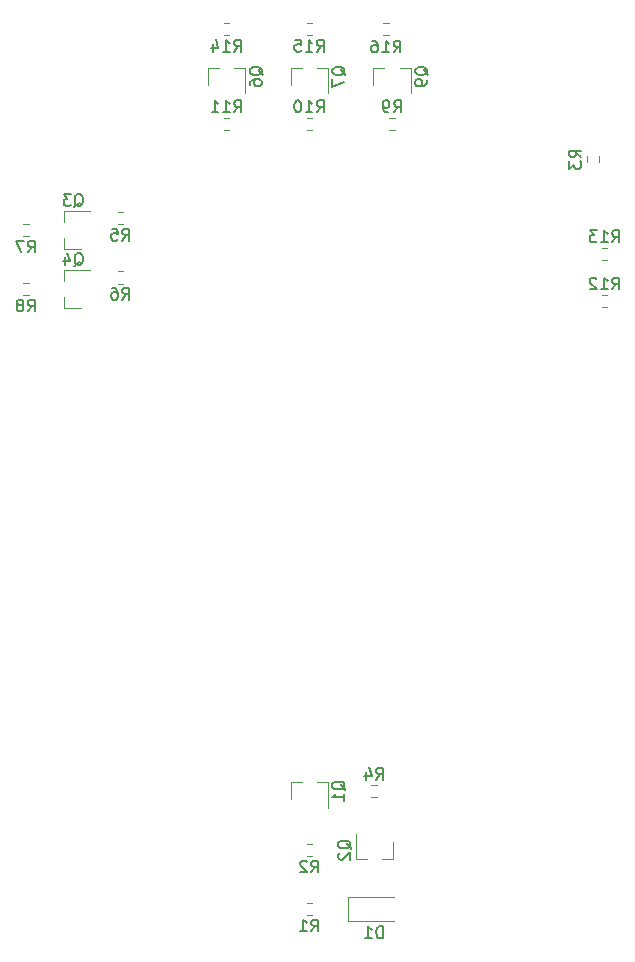
<source format=gbo>
%TF.GenerationSoftware,KiCad,Pcbnew,(5.1.10)-1*%
%TF.CreationDate,2022-10-01T11:38:57+09:00*%
%TF.ProjectId,speedometer,73706565-646f-46d6-9574-65722e6b6963,rev?*%
%TF.SameCoordinates,Original*%
%TF.FileFunction,Legend,Bot*%
%TF.FilePolarity,Positive*%
%FSLAX46Y46*%
G04 Gerber Fmt 4.6, Leading zero omitted, Abs format (unit mm)*
G04 Created by KiCad (PCBNEW (5.1.10)-1) date 2022-10-01 11:38:57*
%MOMM*%
%LPD*%
G01*
G04 APERTURE LIST*
%ADD10C,0.120000*%
%ADD11C,0.150000*%
G04 APERTURE END LIST*
D10*
%TO.C,R13*%
X75237258Y-25522500D02*
X74762742Y-25522500D01*
X75237258Y-24477500D02*
X74762742Y-24477500D01*
%TO.C,Q1*%
X48420000Y-69740000D02*
X48420000Y-71200000D01*
X51580000Y-69740000D02*
X51580000Y-71900000D01*
X51580000Y-69740000D02*
X50650000Y-69740000D01*
X48420000Y-69740000D02*
X49350000Y-69740000D01*
%TO.C,R2*%
X49762742Y-76022500D02*
X50237258Y-76022500D01*
X49762742Y-74977500D02*
X50237258Y-74977500D01*
%TO.C,R4*%
X55737258Y-71022500D02*
X55262742Y-71022500D01*
X55737258Y-69977500D02*
X55262742Y-69977500D01*
%TO.C,Q2*%
X57080000Y-76260000D02*
X56150000Y-76260000D01*
X53920000Y-76260000D02*
X54850000Y-76260000D01*
X53920000Y-76260000D02*
X53920000Y-74100000D01*
X57080000Y-76260000D02*
X57080000Y-74800000D01*
%TO.C,R1*%
X49762742Y-81022500D02*
X50237258Y-81022500D01*
X49762742Y-79977500D02*
X50237258Y-79977500D01*
%TO.C,D1*%
X53250000Y-81500000D02*
X53250000Y-79500000D01*
X53250000Y-79500000D02*
X57150000Y-79500000D01*
X53250000Y-81500000D02*
X57150000Y-81500000D01*
%TO.C,Q3*%
X29240000Y-24580000D02*
X30700000Y-24580000D01*
X29240000Y-21420000D02*
X31400000Y-21420000D01*
X29240000Y-21420000D02*
X29240000Y-22350000D01*
X29240000Y-24580000D02*
X29240000Y-23650000D01*
%TO.C,Q4*%
X29240000Y-29580000D02*
X29240000Y-28650000D01*
X29240000Y-26420000D02*
X29240000Y-27350000D01*
X29240000Y-26420000D02*
X31400000Y-26420000D01*
X29240000Y-29580000D02*
X30700000Y-29580000D01*
%TO.C,Q6*%
X41420000Y-9240000D02*
X41420000Y-10700000D01*
X44580000Y-9240000D02*
X44580000Y-11400000D01*
X44580000Y-9240000D02*
X43650000Y-9240000D01*
X41420000Y-9240000D02*
X42350000Y-9240000D01*
%TO.C,Q7*%
X48420000Y-9240000D02*
X49350000Y-9240000D01*
X51580000Y-9240000D02*
X50650000Y-9240000D01*
X51580000Y-9240000D02*
X51580000Y-11400000D01*
X48420000Y-9240000D02*
X48420000Y-10700000D01*
%TO.C,Q9*%
X55420000Y-9240000D02*
X56350000Y-9240000D01*
X58580000Y-9240000D02*
X57650000Y-9240000D01*
X58580000Y-9240000D02*
X58580000Y-11400000D01*
X55420000Y-9240000D02*
X55420000Y-10700000D01*
%TO.C,R3*%
X73477500Y-16762742D02*
X73477500Y-17237258D01*
X74522500Y-16762742D02*
X74522500Y-17237258D01*
%TO.C,R5*%
X33762742Y-22522500D02*
X34237258Y-22522500D01*
X33762742Y-21477500D02*
X34237258Y-21477500D01*
%TO.C,R6*%
X33762742Y-26477500D02*
X34237258Y-26477500D01*
X33762742Y-27522500D02*
X34237258Y-27522500D01*
%TO.C,R7*%
X25762742Y-23522500D02*
X26237258Y-23522500D01*
X25762742Y-22477500D02*
X26237258Y-22477500D01*
%TO.C,R8*%
X25762742Y-27477500D02*
X26237258Y-27477500D01*
X25762742Y-28522500D02*
X26237258Y-28522500D01*
%TO.C,R9*%
X57237258Y-14522500D02*
X56762742Y-14522500D01*
X57237258Y-13477500D02*
X56762742Y-13477500D01*
%TO.C,R10*%
X50237258Y-13477500D02*
X49762742Y-13477500D01*
X50237258Y-14522500D02*
X49762742Y-14522500D01*
%TO.C,R11*%
X43237258Y-14522500D02*
X42762742Y-14522500D01*
X43237258Y-13477500D02*
X42762742Y-13477500D01*
%TO.C,R12*%
X75237258Y-28477500D02*
X74762742Y-28477500D01*
X75237258Y-29522500D02*
X74762742Y-29522500D01*
%TO.C,R14*%
X42762742Y-5477500D02*
X43237258Y-5477500D01*
X42762742Y-6522500D02*
X43237258Y-6522500D01*
%TO.C,R15*%
X49762742Y-6522500D02*
X50237258Y-6522500D01*
X49762742Y-5477500D02*
X50237258Y-5477500D01*
%TO.C,R16*%
X56737258Y-6522500D02*
X56262742Y-6522500D01*
X56737258Y-5477500D02*
X56262742Y-5477500D01*
%TO.C,R13*%
D11*
X75642857Y-24022380D02*
X75976190Y-23546190D01*
X76214285Y-24022380D02*
X76214285Y-23022380D01*
X75833333Y-23022380D01*
X75738095Y-23070000D01*
X75690476Y-23117619D01*
X75642857Y-23212857D01*
X75642857Y-23355714D01*
X75690476Y-23450952D01*
X75738095Y-23498571D01*
X75833333Y-23546190D01*
X76214285Y-23546190D01*
X74690476Y-24022380D02*
X75261904Y-24022380D01*
X74976190Y-24022380D02*
X74976190Y-23022380D01*
X75071428Y-23165238D01*
X75166666Y-23260476D01*
X75261904Y-23308095D01*
X74357142Y-23022380D02*
X73738095Y-23022380D01*
X74071428Y-23403333D01*
X73928571Y-23403333D01*
X73833333Y-23450952D01*
X73785714Y-23498571D01*
X73738095Y-23593809D01*
X73738095Y-23831904D01*
X73785714Y-23927142D01*
X73833333Y-23974761D01*
X73928571Y-24022380D01*
X74214285Y-24022380D01*
X74309523Y-23974761D01*
X74357142Y-23927142D01*
%TO.C,Q1*%
X53047619Y-70404761D02*
X53000000Y-70309523D01*
X52904761Y-70214285D01*
X52761904Y-70071428D01*
X52714285Y-69976190D01*
X52714285Y-69880952D01*
X52952380Y-69928571D02*
X52904761Y-69833333D01*
X52809523Y-69738095D01*
X52619047Y-69690476D01*
X52285714Y-69690476D01*
X52095238Y-69738095D01*
X52000000Y-69833333D01*
X51952380Y-69928571D01*
X51952380Y-70119047D01*
X52000000Y-70214285D01*
X52095238Y-70309523D01*
X52285714Y-70357142D01*
X52619047Y-70357142D01*
X52809523Y-70309523D01*
X52904761Y-70214285D01*
X52952380Y-70119047D01*
X52952380Y-69928571D01*
X52952380Y-71309523D02*
X52952380Y-70738095D01*
X52952380Y-71023809D02*
X51952380Y-71023809D01*
X52095238Y-70928571D01*
X52190476Y-70833333D01*
X52238095Y-70738095D01*
%TO.C,R2*%
X50166666Y-77382380D02*
X50500000Y-76906190D01*
X50738095Y-77382380D02*
X50738095Y-76382380D01*
X50357142Y-76382380D01*
X50261904Y-76430000D01*
X50214285Y-76477619D01*
X50166666Y-76572857D01*
X50166666Y-76715714D01*
X50214285Y-76810952D01*
X50261904Y-76858571D01*
X50357142Y-76906190D01*
X50738095Y-76906190D01*
X49785714Y-76477619D02*
X49738095Y-76430000D01*
X49642857Y-76382380D01*
X49404761Y-76382380D01*
X49309523Y-76430000D01*
X49261904Y-76477619D01*
X49214285Y-76572857D01*
X49214285Y-76668095D01*
X49261904Y-76810952D01*
X49833333Y-77382380D01*
X49214285Y-77382380D01*
%TO.C,R4*%
X55666666Y-69522380D02*
X56000000Y-69046190D01*
X56238095Y-69522380D02*
X56238095Y-68522380D01*
X55857142Y-68522380D01*
X55761904Y-68570000D01*
X55714285Y-68617619D01*
X55666666Y-68712857D01*
X55666666Y-68855714D01*
X55714285Y-68950952D01*
X55761904Y-68998571D01*
X55857142Y-69046190D01*
X56238095Y-69046190D01*
X54809523Y-68855714D02*
X54809523Y-69522380D01*
X55047619Y-68474761D02*
X55285714Y-69189047D01*
X54666666Y-69189047D01*
%TO.C,Q2*%
X53547619Y-75404761D02*
X53500000Y-75309523D01*
X53404761Y-75214285D01*
X53261904Y-75071428D01*
X53214285Y-74976190D01*
X53214285Y-74880952D01*
X53452380Y-74928571D02*
X53404761Y-74833333D01*
X53309523Y-74738095D01*
X53119047Y-74690476D01*
X52785714Y-74690476D01*
X52595238Y-74738095D01*
X52500000Y-74833333D01*
X52452380Y-74928571D01*
X52452380Y-75119047D01*
X52500000Y-75214285D01*
X52595238Y-75309523D01*
X52785714Y-75357142D01*
X53119047Y-75357142D01*
X53309523Y-75309523D01*
X53404761Y-75214285D01*
X53452380Y-75119047D01*
X53452380Y-74928571D01*
X52547619Y-75738095D02*
X52500000Y-75785714D01*
X52452380Y-75880952D01*
X52452380Y-76119047D01*
X52500000Y-76214285D01*
X52547619Y-76261904D01*
X52642857Y-76309523D01*
X52738095Y-76309523D01*
X52880952Y-76261904D01*
X53452380Y-75690476D01*
X53452380Y-76309523D01*
%TO.C,R1*%
X50166666Y-82382380D02*
X50500000Y-81906190D01*
X50738095Y-82382380D02*
X50738095Y-81382380D01*
X50357142Y-81382380D01*
X50261904Y-81430000D01*
X50214285Y-81477619D01*
X50166666Y-81572857D01*
X50166666Y-81715714D01*
X50214285Y-81810952D01*
X50261904Y-81858571D01*
X50357142Y-81906190D01*
X50738095Y-81906190D01*
X49214285Y-82382380D02*
X49785714Y-82382380D01*
X49500000Y-82382380D02*
X49500000Y-81382380D01*
X49595238Y-81525238D01*
X49690476Y-81620476D01*
X49785714Y-81668095D01*
%TO.C,D1*%
X56238095Y-82952380D02*
X56238095Y-81952380D01*
X56000000Y-81952380D01*
X55857142Y-82000000D01*
X55761904Y-82095238D01*
X55714285Y-82190476D01*
X55666666Y-82380952D01*
X55666666Y-82523809D01*
X55714285Y-82714285D01*
X55761904Y-82809523D01*
X55857142Y-82904761D01*
X56000000Y-82952380D01*
X56238095Y-82952380D01*
X54714285Y-82952380D02*
X55285714Y-82952380D01*
X55000000Y-82952380D02*
X55000000Y-81952380D01*
X55095238Y-82095238D01*
X55190476Y-82190476D01*
X55285714Y-82238095D01*
%TO.C,Q3*%
X30095238Y-21047619D02*
X30190476Y-21000000D01*
X30285714Y-20904761D01*
X30428571Y-20761904D01*
X30523809Y-20714285D01*
X30619047Y-20714285D01*
X30571428Y-20952380D02*
X30666666Y-20904761D01*
X30761904Y-20809523D01*
X30809523Y-20619047D01*
X30809523Y-20285714D01*
X30761904Y-20095238D01*
X30666666Y-20000000D01*
X30571428Y-19952380D01*
X30380952Y-19952380D01*
X30285714Y-20000000D01*
X30190476Y-20095238D01*
X30142857Y-20285714D01*
X30142857Y-20619047D01*
X30190476Y-20809523D01*
X30285714Y-20904761D01*
X30380952Y-20952380D01*
X30571428Y-20952380D01*
X29809523Y-19952380D02*
X29190476Y-19952380D01*
X29523809Y-20333333D01*
X29380952Y-20333333D01*
X29285714Y-20380952D01*
X29238095Y-20428571D01*
X29190476Y-20523809D01*
X29190476Y-20761904D01*
X29238095Y-20857142D01*
X29285714Y-20904761D01*
X29380952Y-20952380D01*
X29666666Y-20952380D01*
X29761904Y-20904761D01*
X29809523Y-20857142D01*
%TO.C,Q4*%
X30095238Y-26047619D02*
X30190476Y-26000000D01*
X30285714Y-25904761D01*
X30428571Y-25761904D01*
X30523809Y-25714285D01*
X30619047Y-25714285D01*
X30571428Y-25952380D02*
X30666666Y-25904761D01*
X30761904Y-25809523D01*
X30809523Y-25619047D01*
X30809523Y-25285714D01*
X30761904Y-25095238D01*
X30666666Y-25000000D01*
X30571428Y-24952380D01*
X30380952Y-24952380D01*
X30285714Y-25000000D01*
X30190476Y-25095238D01*
X30142857Y-25285714D01*
X30142857Y-25619047D01*
X30190476Y-25809523D01*
X30285714Y-25904761D01*
X30380952Y-25952380D01*
X30571428Y-25952380D01*
X29285714Y-25285714D02*
X29285714Y-25952380D01*
X29523809Y-24904761D02*
X29761904Y-25619047D01*
X29142857Y-25619047D01*
%TO.C,Q6*%
X46047619Y-9904761D02*
X46000000Y-9809523D01*
X45904761Y-9714285D01*
X45761904Y-9571428D01*
X45714285Y-9476190D01*
X45714285Y-9380952D01*
X45952380Y-9428571D02*
X45904761Y-9333333D01*
X45809523Y-9238095D01*
X45619047Y-9190476D01*
X45285714Y-9190476D01*
X45095238Y-9238095D01*
X45000000Y-9333333D01*
X44952380Y-9428571D01*
X44952380Y-9619047D01*
X45000000Y-9714285D01*
X45095238Y-9809523D01*
X45285714Y-9857142D01*
X45619047Y-9857142D01*
X45809523Y-9809523D01*
X45904761Y-9714285D01*
X45952380Y-9619047D01*
X45952380Y-9428571D01*
X44952380Y-10714285D02*
X44952380Y-10523809D01*
X45000000Y-10428571D01*
X45047619Y-10380952D01*
X45190476Y-10285714D01*
X45380952Y-10238095D01*
X45761904Y-10238095D01*
X45857142Y-10285714D01*
X45904761Y-10333333D01*
X45952380Y-10428571D01*
X45952380Y-10619047D01*
X45904761Y-10714285D01*
X45857142Y-10761904D01*
X45761904Y-10809523D01*
X45523809Y-10809523D01*
X45428571Y-10761904D01*
X45380952Y-10714285D01*
X45333333Y-10619047D01*
X45333333Y-10428571D01*
X45380952Y-10333333D01*
X45428571Y-10285714D01*
X45523809Y-10238095D01*
%TO.C,Q7*%
X53047619Y-9904761D02*
X53000000Y-9809523D01*
X52904761Y-9714285D01*
X52761904Y-9571428D01*
X52714285Y-9476190D01*
X52714285Y-9380952D01*
X52952380Y-9428571D02*
X52904761Y-9333333D01*
X52809523Y-9238095D01*
X52619047Y-9190476D01*
X52285714Y-9190476D01*
X52095238Y-9238095D01*
X52000000Y-9333333D01*
X51952380Y-9428571D01*
X51952380Y-9619047D01*
X52000000Y-9714285D01*
X52095238Y-9809523D01*
X52285714Y-9857142D01*
X52619047Y-9857142D01*
X52809523Y-9809523D01*
X52904761Y-9714285D01*
X52952380Y-9619047D01*
X52952380Y-9428571D01*
X51952380Y-10190476D02*
X51952380Y-10857142D01*
X52952380Y-10428571D01*
%TO.C,Q9*%
X60047619Y-9904761D02*
X60000000Y-9809523D01*
X59904761Y-9714285D01*
X59761904Y-9571428D01*
X59714285Y-9476190D01*
X59714285Y-9380952D01*
X59952380Y-9428571D02*
X59904761Y-9333333D01*
X59809523Y-9238095D01*
X59619047Y-9190476D01*
X59285714Y-9190476D01*
X59095238Y-9238095D01*
X59000000Y-9333333D01*
X58952380Y-9428571D01*
X58952380Y-9619047D01*
X59000000Y-9714285D01*
X59095238Y-9809523D01*
X59285714Y-9857142D01*
X59619047Y-9857142D01*
X59809523Y-9809523D01*
X59904761Y-9714285D01*
X59952380Y-9619047D01*
X59952380Y-9428571D01*
X59952380Y-10333333D02*
X59952380Y-10523809D01*
X59904761Y-10619047D01*
X59857142Y-10666666D01*
X59714285Y-10761904D01*
X59523809Y-10809523D01*
X59142857Y-10809523D01*
X59047619Y-10761904D01*
X59000000Y-10714285D01*
X58952380Y-10619047D01*
X58952380Y-10428571D01*
X59000000Y-10333333D01*
X59047619Y-10285714D01*
X59142857Y-10238095D01*
X59380952Y-10238095D01*
X59476190Y-10285714D01*
X59523809Y-10333333D01*
X59571428Y-10428571D01*
X59571428Y-10619047D01*
X59523809Y-10714285D01*
X59476190Y-10761904D01*
X59380952Y-10809523D01*
%TO.C,R3*%
X73022380Y-16833333D02*
X72546190Y-16500000D01*
X73022380Y-16261904D02*
X72022380Y-16261904D01*
X72022380Y-16642857D01*
X72070000Y-16738095D01*
X72117619Y-16785714D01*
X72212857Y-16833333D01*
X72355714Y-16833333D01*
X72450952Y-16785714D01*
X72498571Y-16738095D01*
X72546190Y-16642857D01*
X72546190Y-16261904D01*
X72022380Y-17166666D02*
X72022380Y-17785714D01*
X72403333Y-17452380D01*
X72403333Y-17595238D01*
X72450952Y-17690476D01*
X72498571Y-17738095D01*
X72593809Y-17785714D01*
X72831904Y-17785714D01*
X72927142Y-17738095D01*
X72974761Y-17690476D01*
X73022380Y-17595238D01*
X73022380Y-17309523D01*
X72974761Y-17214285D01*
X72927142Y-17166666D01*
%TO.C,R5*%
X34166666Y-23882380D02*
X34500000Y-23406190D01*
X34738095Y-23882380D02*
X34738095Y-22882380D01*
X34357142Y-22882380D01*
X34261904Y-22930000D01*
X34214285Y-22977619D01*
X34166666Y-23072857D01*
X34166666Y-23215714D01*
X34214285Y-23310952D01*
X34261904Y-23358571D01*
X34357142Y-23406190D01*
X34738095Y-23406190D01*
X33261904Y-22882380D02*
X33738095Y-22882380D01*
X33785714Y-23358571D01*
X33738095Y-23310952D01*
X33642857Y-23263333D01*
X33404761Y-23263333D01*
X33309523Y-23310952D01*
X33261904Y-23358571D01*
X33214285Y-23453809D01*
X33214285Y-23691904D01*
X33261904Y-23787142D01*
X33309523Y-23834761D01*
X33404761Y-23882380D01*
X33642857Y-23882380D01*
X33738095Y-23834761D01*
X33785714Y-23787142D01*
%TO.C,R6*%
X34166666Y-28882380D02*
X34500000Y-28406190D01*
X34738095Y-28882380D02*
X34738095Y-27882380D01*
X34357142Y-27882380D01*
X34261904Y-27930000D01*
X34214285Y-27977619D01*
X34166666Y-28072857D01*
X34166666Y-28215714D01*
X34214285Y-28310952D01*
X34261904Y-28358571D01*
X34357142Y-28406190D01*
X34738095Y-28406190D01*
X33309523Y-27882380D02*
X33500000Y-27882380D01*
X33595238Y-27930000D01*
X33642857Y-27977619D01*
X33738095Y-28120476D01*
X33785714Y-28310952D01*
X33785714Y-28691904D01*
X33738095Y-28787142D01*
X33690476Y-28834761D01*
X33595238Y-28882380D01*
X33404761Y-28882380D01*
X33309523Y-28834761D01*
X33261904Y-28787142D01*
X33214285Y-28691904D01*
X33214285Y-28453809D01*
X33261904Y-28358571D01*
X33309523Y-28310952D01*
X33404761Y-28263333D01*
X33595238Y-28263333D01*
X33690476Y-28310952D01*
X33738095Y-28358571D01*
X33785714Y-28453809D01*
%TO.C,R7*%
X26166666Y-24882380D02*
X26500000Y-24406190D01*
X26738095Y-24882380D02*
X26738095Y-23882380D01*
X26357142Y-23882380D01*
X26261904Y-23930000D01*
X26214285Y-23977619D01*
X26166666Y-24072857D01*
X26166666Y-24215714D01*
X26214285Y-24310952D01*
X26261904Y-24358571D01*
X26357142Y-24406190D01*
X26738095Y-24406190D01*
X25833333Y-23882380D02*
X25166666Y-23882380D01*
X25595238Y-24882380D01*
%TO.C,R8*%
X26166666Y-29882380D02*
X26500000Y-29406190D01*
X26738095Y-29882380D02*
X26738095Y-28882380D01*
X26357142Y-28882380D01*
X26261904Y-28930000D01*
X26214285Y-28977619D01*
X26166666Y-29072857D01*
X26166666Y-29215714D01*
X26214285Y-29310952D01*
X26261904Y-29358571D01*
X26357142Y-29406190D01*
X26738095Y-29406190D01*
X25595238Y-29310952D02*
X25690476Y-29263333D01*
X25738095Y-29215714D01*
X25785714Y-29120476D01*
X25785714Y-29072857D01*
X25738095Y-28977619D01*
X25690476Y-28930000D01*
X25595238Y-28882380D01*
X25404761Y-28882380D01*
X25309523Y-28930000D01*
X25261904Y-28977619D01*
X25214285Y-29072857D01*
X25214285Y-29120476D01*
X25261904Y-29215714D01*
X25309523Y-29263333D01*
X25404761Y-29310952D01*
X25595238Y-29310952D01*
X25690476Y-29358571D01*
X25738095Y-29406190D01*
X25785714Y-29501428D01*
X25785714Y-29691904D01*
X25738095Y-29787142D01*
X25690476Y-29834761D01*
X25595238Y-29882380D01*
X25404761Y-29882380D01*
X25309523Y-29834761D01*
X25261904Y-29787142D01*
X25214285Y-29691904D01*
X25214285Y-29501428D01*
X25261904Y-29406190D01*
X25309523Y-29358571D01*
X25404761Y-29310952D01*
%TO.C,R9*%
X57166666Y-13022380D02*
X57500000Y-12546190D01*
X57738095Y-13022380D02*
X57738095Y-12022380D01*
X57357142Y-12022380D01*
X57261904Y-12070000D01*
X57214285Y-12117619D01*
X57166666Y-12212857D01*
X57166666Y-12355714D01*
X57214285Y-12450952D01*
X57261904Y-12498571D01*
X57357142Y-12546190D01*
X57738095Y-12546190D01*
X56690476Y-13022380D02*
X56500000Y-13022380D01*
X56404761Y-12974761D01*
X56357142Y-12927142D01*
X56261904Y-12784285D01*
X56214285Y-12593809D01*
X56214285Y-12212857D01*
X56261904Y-12117619D01*
X56309523Y-12070000D01*
X56404761Y-12022380D01*
X56595238Y-12022380D01*
X56690476Y-12070000D01*
X56738095Y-12117619D01*
X56785714Y-12212857D01*
X56785714Y-12450952D01*
X56738095Y-12546190D01*
X56690476Y-12593809D01*
X56595238Y-12641428D01*
X56404761Y-12641428D01*
X56309523Y-12593809D01*
X56261904Y-12546190D01*
X56214285Y-12450952D01*
%TO.C,R10*%
X50642857Y-13022380D02*
X50976190Y-12546190D01*
X51214285Y-13022380D02*
X51214285Y-12022380D01*
X50833333Y-12022380D01*
X50738095Y-12070000D01*
X50690476Y-12117619D01*
X50642857Y-12212857D01*
X50642857Y-12355714D01*
X50690476Y-12450952D01*
X50738095Y-12498571D01*
X50833333Y-12546190D01*
X51214285Y-12546190D01*
X49690476Y-13022380D02*
X50261904Y-13022380D01*
X49976190Y-13022380D02*
X49976190Y-12022380D01*
X50071428Y-12165238D01*
X50166666Y-12260476D01*
X50261904Y-12308095D01*
X49071428Y-12022380D02*
X48976190Y-12022380D01*
X48880952Y-12070000D01*
X48833333Y-12117619D01*
X48785714Y-12212857D01*
X48738095Y-12403333D01*
X48738095Y-12641428D01*
X48785714Y-12831904D01*
X48833333Y-12927142D01*
X48880952Y-12974761D01*
X48976190Y-13022380D01*
X49071428Y-13022380D01*
X49166666Y-12974761D01*
X49214285Y-12927142D01*
X49261904Y-12831904D01*
X49309523Y-12641428D01*
X49309523Y-12403333D01*
X49261904Y-12212857D01*
X49214285Y-12117619D01*
X49166666Y-12070000D01*
X49071428Y-12022380D01*
%TO.C,R11*%
X43642857Y-13022380D02*
X43976190Y-12546190D01*
X44214285Y-13022380D02*
X44214285Y-12022380D01*
X43833333Y-12022380D01*
X43738095Y-12070000D01*
X43690476Y-12117619D01*
X43642857Y-12212857D01*
X43642857Y-12355714D01*
X43690476Y-12450952D01*
X43738095Y-12498571D01*
X43833333Y-12546190D01*
X44214285Y-12546190D01*
X42690476Y-13022380D02*
X43261904Y-13022380D01*
X42976190Y-13022380D02*
X42976190Y-12022380D01*
X43071428Y-12165238D01*
X43166666Y-12260476D01*
X43261904Y-12308095D01*
X41738095Y-13022380D02*
X42309523Y-13022380D01*
X42023809Y-13022380D02*
X42023809Y-12022380D01*
X42119047Y-12165238D01*
X42214285Y-12260476D01*
X42309523Y-12308095D01*
%TO.C,R12*%
X75642857Y-28022380D02*
X75976190Y-27546190D01*
X76214285Y-28022380D02*
X76214285Y-27022380D01*
X75833333Y-27022380D01*
X75738095Y-27070000D01*
X75690476Y-27117619D01*
X75642857Y-27212857D01*
X75642857Y-27355714D01*
X75690476Y-27450952D01*
X75738095Y-27498571D01*
X75833333Y-27546190D01*
X76214285Y-27546190D01*
X74690476Y-28022380D02*
X75261904Y-28022380D01*
X74976190Y-28022380D02*
X74976190Y-27022380D01*
X75071428Y-27165238D01*
X75166666Y-27260476D01*
X75261904Y-27308095D01*
X74309523Y-27117619D02*
X74261904Y-27070000D01*
X74166666Y-27022380D01*
X73928571Y-27022380D01*
X73833333Y-27070000D01*
X73785714Y-27117619D01*
X73738095Y-27212857D01*
X73738095Y-27308095D01*
X73785714Y-27450952D01*
X74357142Y-28022380D01*
X73738095Y-28022380D01*
%TO.C,R14*%
X43642857Y-7882380D02*
X43976190Y-7406190D01*
X44214285Y-7882380D02*
X44214285Y-6882380D01*
X43833333Y-6882380D01*
X43738095Y-6930000D01*
X43690476Y-6977619D01*
X43642857Y-7072857D01*
X43642857Y-7215714D01*
X43690476Y-7310952D01*
X43738095Y-7358571D01*
X43833333Y-7406190D01*
X44214285Y-7406190D01*
X42690476Y-7882380D02*
X43261904Y-7882380D01*
X42976190Y-7882380D02*
X42976190Y-6882380D01*
X43071428Y-7025238D01*
X43166666Y-7120476D01*
X43261904Y-7168095D01*
X41833333Y-7215714D02*
X41833333Y-7882380D01*
X42071428Y-6834761D02*
X42309523Y-7549047D01*
X41690476Y-7549047D01*
%TO.C,R15*%
X50642857Y-7882380D02*
X50976190Y-7406190D01*
X51214285Y-7882380D02*
X51214285Y-6882380D01*
X50833333Y-6882380D01*
X50738095Y-6930000D01*
X50690476Y-6977619D01*
X50642857Y-7072857D01*
X50642857Y-7215714D01*
X50690476Y-7310952D01*
X50738095Y-7358571D01*
X50833333Y-7406190D01*
X51214285Y-7406190D01*
X49690476Y-7882380D02*
X50261904Y-7882380D01*
X49976190Y-7882380D02*
X49976190Y-6882380D01*
X50071428Y-7025238D01*
X50166666Y-7120476D01*
X50261904Y-7168095D01*
X48785714Y-6882380D02*
X49261904Y-6882380D01*
X49309523Y-7358571D01*
X49261904Y-7310952D01*
X49166666Y-7263333D01*
X48928571Y-7263333D01*
X48833333Y-7310952D01*
X48785714Y-7358571D01*
X48738095Y-7453809D01*
X48738095Y-7691904D01*
X48785714Y-7787142D01*
X48833333Y-7834761D01*
X48928571Y-7882380D01*
X49166666Y-7882380D01*
X49261904Y-7834761D01*
X49309523Y-7787142D01*
%TO.C,R16*%
X57142857Y-7952380D02*
X57476190Y-7476190D01*
X57714285Y-7952380D02*
X57714285Y-6952380D01*
X57333333Y-6952380D01*
X57238095Y-7000000D01*
X57190476Y-7047619D01*
X57142857Y-7142857D01*
X57142857Y-7285714D01*
X57190476Y-7380952D01*
X57238095Y-7428571D01*
X57333333Y-7476190D01*
X57714285Y-7476190D01*
X56190476Y-7952380D02*
X56761904Y-7952380D01*
X56476190Y-7952380D02*
X56476190Y-6952380D01*
X56571428Y-7095238D01*
X56666666Y-7190476D01*
X56761904Y-7238095D01*
X55333333Y-6952380D02*
X55523809Y-6952380D01*
X55619047Y-7000000D01*
X55666666Y-7047619D01*
X55761904Y-7190476D01*
X55809523Y-7380952D01*
X55809523Y-7761904D01*
X55761904Y-7857142D01*
X55714285Y-7904761D01*
X55619047Y-7952380D01*
X55428571Y-7952380D01*
X55333333Y-7904761D01*
X55285714Y-7857142D01*
X55238095Y-7761904D01*
X55238095Y-7523809D01*
X55285714Y-7428571D01*
X55333333Y-7380952D01*
X55428571Y-7333333D01*
X55619047Y-7333333D01*
X55714285Y-7380952D01*
X55761904Y-7428571D01*
X55809523Y-7523809D01*
%TD*%
M02*

</source>
